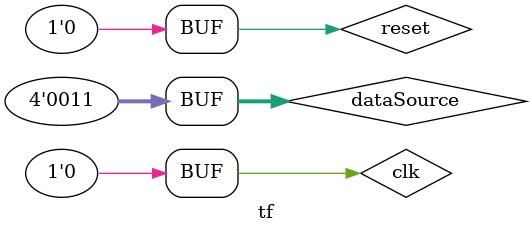
<source format=v>
`timescale 1ns / 1ps


module tf;

	// Inputs
	reg clk;
	reg reset;
	reg [3:0] dataSource;

	// Outputs
	wire [3:0] dataDebounced;

	// Instantiate the Unit Under Test (UUT)
	Debouncer uut (
		.clk(clk), 
		.reset(reset), 
		.dataSource(dataSource), 
		.dataDebounced(dataDebounced)
	);

	initial begin
		// Initialize Inputs
		clk = 0;
		reset = 0;
		dataSource = 0;

		// Wait 100 ns for global reset to finish
		#100; 
		reset = 1;
		#10;
		reset = 0;
		#100;
		
		dataSource = 1;
      #2000000; //=2ms with maxCount      :     integer := 100000=>1ms
		dataSource = 2;
      #2000000;
		dataSource = 3;
      #2000000;
		dataSource = 4;
      #2000000;
		dataSource = 5;
      #2000000;
		dataSource = 6;
      #2000000;
		dataSource = 7;
      #2000000;
		dataSource = 8;
      #2000000;
		dataSource = 9;
      #2000000;
		dataSource = 10;
      #2000000;
		dataSource = 11;
      #2000000;
		dataSource = 12;
      #2000000;
		dataSource = 13;
      #2000000;
		dataSource = 14;
      #2000000;
		dataSource = 15;
      #20;
		dataSource = 1;
      #40;
		dataSource = 3;
      #200;

		// Add stimulus here

	end
   
	always
	begin
	#5;
	clk = 1;
	#5;
	clk = 0;
	end
endmodule


</source>
